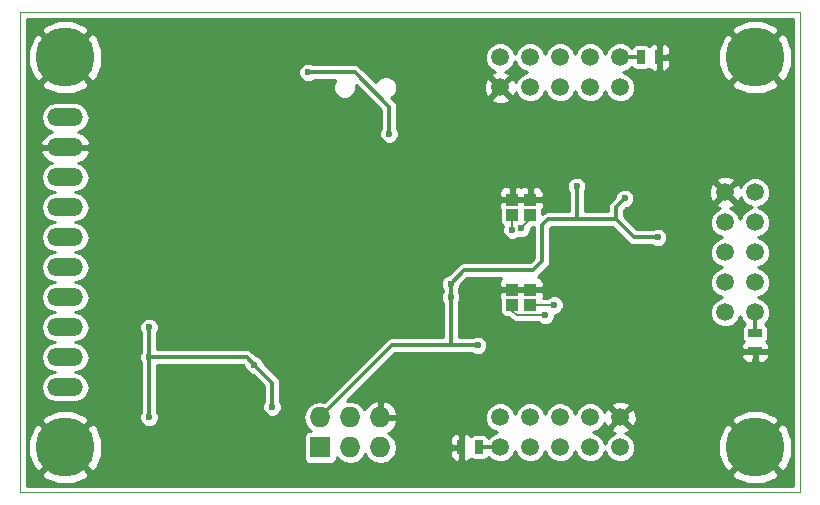
<source format=gbl>
%TF.FileFunction,Copper,L2,Bot,Signal*%
%FSLAX46Y46*%
G04 Gerber Fmt 4.6, Leading zero omitted, Abs format (unit mm)*
G04 Created by KiCad (PCBNEW (2014-09-08 BZR 5122)-product) date Wed 17 Dec 2014 07:33:54 PM CET*
%MOMM*%
G01*
G04 APERTURE LIST*
%ADD10C,0.020000*%
%ADD11C,0.100000*%
%ADD12R,1.727200X1.727200*%
%ADD13O,1.727200X1.727200*%
%ADD14C,1.506220*%
%ADD15C,5.000000*%
%ADD16R,0.635000X1.143000*%
%ADD17R,1.143000X0.635000*%
%ADD18O,3.014980X1.506220*%
%ADD19C,0.400000*%
%ADD20R,1.000000X1.000000*%
%ADD21C,0.600000*%
%ADD22C,0.300000*%
%ADD23C,0.150000*%
%ADD24C,0.254000*%
G04 APERTURE END LIST*
D10*
D11*
X66040000Y0D02*
X0Y0D01*
X0Y40640000D02*
X66040000Y40640000D01*
X0Y40640000D02*
X0Y0D01*
X66040000Y0D02*
X66040000Y40640000D01*
D12*
X25400000Y3810000D03*
D13*
X25400000Y6350000D03*
X27940000Y3810000D03*
X27940000Y6350000D03*
X30480000Y3810000D03*
X30480000Y6350000D03*
D14*
X40640000Y3810000D03*
X40640000Y6350000D03*
X43180000Y3810000D03*
X43180000Y6350000D03*
X45720000Y3810000D03*
X45720000Y6350000D03*
X48260000Y3810000D03*
X48260000Y6350000D03*
X50800000Y3810000D03*
X50800000Y6350000D03*
X62230000Y15240000D03*
X59690000Y15240000D03*
X62230000Y17780000D03*
X59690000Y17780000D03*
X62230000Y20320000D03*
X59690000Y20320000D03*
X62230000Y22860000D03*
X59690000Y22860000D03*
X62230000Y25400000D03*
X59690000Y25400000D03*
X50800000Y36830000D03*
X50800000Y34290000D03*
X48260000Y36830000D03*
X48260000Y34290000D03*
X45720000Y36830000D03*
X45720000Y34290000D03*
X43180000Y36830000D03*
X43180000Y34290000D03*
X40640000Y36830000D03*
X40640000Y34290000D03*
D15*
X3810000Y36830000D03*
X3810000Y3810000D03*
X62230000Y3810000D03*
X62230000Y36830000D03*
D16*
X38862000Y3810000D03*
X37338000Y3810000D03*
D17*
X62230000Y13462000D03*
X62230000Y11938000D03*
D16*
X52578000Y36830000D03*
X54102000Y36830000D03*
D18*
X3810000Y26670000D03*
X3810000Y24130000D03*
X3810000Y21590000D03*
X3810000Y19050000D03*
X3810000Y16510000D03*
X3810000Y13970000D03*
X3810000Y11430000D03*
X3810000Y8890000D03*
X3810000Y31750000D03*
X3810000Y29210000D03*
D19*
X46990000Y18415000D03*
X45085000Y18415000D03*
X48895000Y18415000D03*
X48895000Y20320000D03*
X46990000Y20320000D03*
X45085000Y20320000D03*
X45085000Y22225000D03*
X48895000Y22225000D03*
X46990000Y22225000D03*
X48006000Y19304000D03*
X48006000Y21336000D03*
X45974000Y21336000D03*
X45974000Y19304000D03*
D20*
X43180000Y15860000D03*
X43180000Y17160000D03*
X41656000Y15860000D03*
X41656000Y17160000D03*
X43180000Y23480000D03*
X43180000Y24780000D03*
X41656000Y23480000D03*
X41656000Y24780000D03*
D21*
X54991000Y36830000D03*
X62230000Y11049000D03*
X36449000Y3810000D03*
X21336000Y1016000D03*
X13208000Y2413000D03*
X20701000Y13081000D03*
X45212000Y12065000D03*
X27622500Y29210000D03*
X27622500Y26670000D03*
X17780000Y27559000D03*
X17399000Y26670000D03*
X18161000Y26670000D03*
X27622500Y30480000D03*
X21844000Y34036000D03*
X38227000Y16446500D03*
X40132000Y16446500D03*
X17780000Y37465000D03*
X25146000Y15875000D03*
X24384000Y26670000D03*
X34925000Y29591000D03*
X35864800Y28397200D03*
X31292800Y23825200D03*
X29972000Y21336000D03*
X29972000Y19304000D03*
X25654000Y22606000D03*
X45974000Y28067000D03*
X53975000Y20193000D03*
X31242000Y30353000D03*
X24384000Y35560000D03*
X42418000Y22352000D03*
X41656000Y22225000D03*
X45212000Y15875000D03*
X44450000Y14986000D03*
X21336000Y7239000D03*
X19812000Y10795000D03*
X10922000Y11430000D03*
X10922000Y6350000D03*
X10922000Y13970000D03*
X36449000Y17653000D03*
X38735000Y12446000D03*
X36449000Y16510000D03*
X47117000Y25908000D03*
X53975000Y21590000D03*
X51181000Y24892000D03*
D22*
X54102000Y36830000D02*
X54991000Y36830000D01*
X62230000Y11938000D02*
X62230000Y11049000D01*
X37338000Y3810000D02*
X36449000Y3810000D01*
X31242000Y30353000D02*
X31242000Y32639000D01*
X31242000Y32639000D02*
X28321000Y35560000D01*
X28321000Y35560000D02*
X24384000Y35560000D01*
D23*
X42418000Y22352000D02*
X43180000Y23114000D01*
X43180000Y23114000D02*
X43180000Y23480000D01*
X41656000Y22225000D02*
X41656000Y23480000D01*
X43180000Y15860000D02*
X45197000Y15860000D01*
X45197000Y15860000D02*
X45212000Y15875000D01*
X41656000Y15860000D02*
X41656000Y15367000D01*
X41656000Y15367000D02*
X42037000Y14986000D01*
X42037000Y14986000D02*
X44450000Y14986000D01*
D22*
X50800000Y36830000D02*
X52578000Y36830000D01*
X62230000Y15240000D02*
X62230000Y13462000D01*
X40640000Y3810000D02*
X38862000Y3810000D01*
X19812000Y10795000D02*
X21336000Y9271000D01*
X21336000Y9271000D02*
X21336000Y7239000D01*
X19177000Y11430000D02*
X10922000Y11430000D01*
X19812000Y10795000D02*
X19177000Y11430000D01*
X10922000Y6350000D02*
X10922000Y11430000D01*
X10922000Y11430000D02*
X10922000Y13970000D01*
X43434000Y18796000D02*
X44196000Y19558000D01*
X44196000Y19558000D02*
X44196000Y22606000D01*
X44196000Y22606000D02*
X44704000Y23114000D01*
X44704000Y23114000D02*
X47117000Y23114000D01*
X47117000Y25908000D02*
X47117000Y23114000D01*
X47117000Y23114000D02*
X50419000Y23114000D01*
X50419000Y23114000D02*
X51943000Y21590000D01*
X50419000Y24130000D02*
X50419000Y23114000D01*
X36449000Y16510000D02*
X36449000Y17653000D01*
X36449000Y12446000D02*
X31496000Y12446000D01*
X31496000Y12446000D02*
X25400000Y6350000D01*
X36449000Y12446000D02*
X36449000Y16510000D01*
X38735000Y12446000D02*
X36449000Y12446000D01*
X36449000Y17653000D02*
X37592000Y18796000D01*
X37592000Y18796000D02*
X43434000Y18796000D01*
X36449000Y16510000D02*
X36449000Y17653000D01*
X51943000Y21590000D02*
X53975000Y21590000D01*
X51181000Y24892000D02*
X50419000Y24130000D01*
D24*
G36*
X65463000Y577000D02*
X65365294Y577000D01*
X65365294Y3187892D01*
X65365294Y36207892D01*
X65364705Y37455072D01*
X64888564Y38604579D01*
X64465880Y38886275D01*
X64286275Y38706670D01*
X64286275Y39065880D01*
X64004579Y39488564D01*
X62852108Y39965294D01*
X61604928Y39964705D01*
X60455421Y39488564D01*
X60173725Y39065880D01*
X62230000Y37009605D01*
X64286275Y39065880D01*
X64286275Y38706670D01*
X62409605Y36830000D01*
X64465880Y34773725D01*
X64888564Y35055421D01*
X65365294Y36207892D01*
X65365294Y3187892D01*
X65364705Y4435072D01*
X64888564Y5584579D01*
X64465880Y5866275D01*
X64286275Y5686670D01*
X64286275Y6045880D01*
X64286275Y34594120D01*
X62230000Y36650395D01*
X62050395Y36470790D01*
X62050395Y36830000D01*
X59994120Y38886275D01*
X59571436Y38604579D01*
X59094706Y37452108D01*
X59095295Y36204928D01*
X59571436Y35055421D01*
X59994120Y34773725D01*
X62050395Y36830000D01*
X62050395Y36470790D01*
X60173725Y34594120D01*
X60455421Y34171436D01*
X61607892Y33694706D01*
X62855072Y33695295D01*
X64004579Y34171436D01*
X64286275Y34594120D01*
X64286275Y6045880D01*
X64004579Y6468564D01*
X63510332Y6673014D01*
X63510332Y15493513D01*
X63315857Y15964177D01*
X62956071Y16324592D01*
X62509039Y16510216D01*
X62954177Y16694143D01*
X63314592Y17053929D01*
X63509887Y17524253D01*
X63510332Y18033513D01*
X63315857Y18504177D01*
X62956071Y18864592D01*
X62509039Y19050216D01*
X62954177Y19234143D01*
X63314592Y19593929D01*
X63509887Y20064253D01*
X63510332Y20573513D01*
X63315857Y21044177D01*
X62956071Y21404592D01*
X62509039Y21590216D01*
X62954177Y21774143D01*
X63314592Y22133929D01*
X63509887Y22604253D01*
X63510332Y23113513D01*
X63315857Y23584177D01*
X62956071Y23944592D01*
X62509039Y24130216D01*
X62954177Y24314143D01*
X63314592Y24673929D01*
X63509887Y25144253D01*
X63510332Y25653513D01*
X63315857Y26124177D01*
X62956071Y26484592D01*
X62485747Y26679887D01*
X61976487Y26680332D01*
X61505823Y26485857D01*
X61145408Y26126071D01*
X61025015Y25836134D01*
X60905035Y26125793D01*
X60663772Y26194166D01*
X60484166Y26014561D01*
X60484166Y26373772D01*
X60415793Y26615035D01*
X59895572Y26800296D01*
X59344054Y26772373D01*
X58964207Y26615035D01*
X58895834Y26373772D01*
X59690000Y25579605D01*
X60484166Y26373772D01*
X60484166Y26014561D01*
X59869605Y25400000D01*
X60663772Y24605834D01*
X60905035Y24674207D01*
X61016028Y24985883D01*
X61144143Y24675823D01*
X61503929Y24315408D01*
X61950960Y24129785D01*
X61505823Y23945857D01*
X61145408Y23586071D01*
X60959784Y23139040D01*
X60775857Y23584177D01*
X60416071Y23944592D01*
X60126133Y24064985D01*
X60415793Y24184965D01*
X60484166Y24426228D01*
X59690000Y25220395D01*
X59510395Y25040790D01*
X59510395Y25400000D01*
X58716228Y26194166D01*
X58474965Y26125793D01*
X58289704Y25605572D01*
X58317627Y25054054D01*
X58474965Y24674207D01*
X58716228Y24605834D01*
X59510395Y25400000D01*
X59510395Y25040790D01*
X58895834Y24426228D01*
X58964207Y24184965D01*
X59275882Y24073972D01*
X58965823Y23945857D01*
X58605408Y23586071D01*
X58410113Y23115747D01*
X58409668Y22606487D01*
X58604143Y22135823D01*
X58963929Y21775408D01*
X59410960Y21589785D01*
X58965823Y21405857D01*
X58605408Y21046071D01*
X58410113Y20575747D01*
X58409668Y20066487D01*
X58604143Y19595823D01*
X58963929Y19235408D01*
X59410960Y19049785D01*
X58965823Y18865857D01*
X58605408Y18506071D01*
X58410113Y18035747D01*
X58409668Y17526487D01*
X58604143Y17055823D01*
X58963929Y16695408D01*
X59410960Y16509785D01*
X58965823Y16325857D01*
X58605408Y15966071D01*
X58410113Y15495747D01*
X58409668Y14986487D01*
X58604143Y14515823D01*
X58963929Y14155408D01*
X59434253Y13960113D01*
X59943513Y13959668D01*
X60414177Y14154143D01*
X60774592Y14513929D01*
X60960215Y14960961D01*
X61144143Y14515823D01*
X61411774Y14247724D01*
X61359978Y14226269D01*
X61211731Y14078021D01*
X61131500Y13884327D01*
X61131500Y13674673D01*
X61131500Y13039673D01*
X61211731Y12845978D01*
X61281341Y12776368D01*
X61120173Y12615198D01*
X61023500Y12381809D01*
X61023500Y12223750D01*
X61182250Y12065000D01*
X62103000Y12065000D01*
X62103000Y12085000D01*
X62357000Y12085000D01*
X62357000Y12065000D01*
X63277750Y12065000D01*
X63436500Y12223750D01*
X63436500Y12381809D01*
X63339827Y12615198D01*
X63178658Y12776368D01*
X63248269Y12845979D01*
X63328500Y13039673D01*
X63328500Y13249327D01*
X63328500Y13884327D01*
X63248269Y14078022D01*
X63100021Y14226269D01*
X63048010Y14247813D01*
X63314592Y14513929D01*
X63509887Y14984253D01*
X63510332Y15493513D01*
X63510332Y6673014D01*
X63436500Y6703555D01*
X63436500Y11494191D01*
X63436500Y11652250D01*
X63277750Y11811000D01*
X62357000Y11811000D01*
X62357000Y11144250D01*
X62515750Y10985500D01*
X62675191Y10985500D01*
X62927810Y10985500D01*
X63161199Y11082173D01*
X63339827Y11260802D01*
X63436500Y11494191D01*
X63436500Y6703555D01*
X62852108Y6945294D01*
X62103000Y6944941D01*
X62103000Y11144250D01*
X62103000Y11811000D01*
X61182250Y11811000D01*
X61023500Y11652250D01*
X61023500Y11494191D01*
X61120173Y11260802D01*
X61298801Y11082173D01*
X61532190Y10985500D01*
X61784809Y10985500D01*
X61944250Y10985500D01*
X62103000Y11144250D01*
X62103000Y6944941D01*
X61604928Y6944705D01*
X60455421Y6468564D01*
X60173725Y6045880D01*
X62230000Y3989605D01*
X64286275Y6045880D01*
X64286275Y5686670D01*
X62409605Y3810000D01*
X64465880Y1753725D01*
X64888564Y2035421D01*
X65365294Y3187892D01*
X65365294Y577000D01*
X64286275Y577000D01*
X64286275Y1574120D01*
X62230000Y3630395D01*
X62050395Y3450790D01*
X62050395Y3810000D01*
X59994120Y5866275D01*
X59571436Y5584579D01*
X59094706Y4432108D01*
X59095295Y3184928D01*
X59571436Y2035421D01*
X59994120Y1753725D01*
X62050395Y3810000D01*
X62050395Y3450790D01*
X60173725Y1574120D01*
X60455421Y1151436D01*
X61607892Y674706D01*
X62855072Y675295D01*
X64004579Y1151436D01*
X64286275Y1574120D01*
X64286275Y577000D01*
X55054500Y577000D01*
X55054500Y36132190D01*
X55054500Y36384809D01*
X55054500Y36544250D01*
X55054500Y37115750D01*
X55054500Y37275191D01*
X55054500Y37527810D01*
X54957827Y37761199D01*
X54779198Y37939827D01*
X54545809Y38036500D01*
X54387750Y38036500D01*
X54229000Y37877750D01*
X54229000Y36957000D01*
X54895750Y36957000D01*
X55054500Y37115750D01*
X55054500Y36544250D01*
X54895750Y36703000D01*
X54229000Y36703000D01*
X54229000Y35782250D01*
X54387750Y35623500D01*
X54545809Y35623500D01*
X54779198Y35720173D01*
X54957827Y35898801D01*
X55054500Y36132190D01*
X55054500Y577000D01*
X54802143Y577000D01*
X54802143Y21753779D01*
X54676505Y22057846D01*
X54444070Y22290688D01*
X54140222Y22416856D01*
X53975000Y22417001D01*
X53975000Y35782250D01*
X53975000Y36703000D01*
X53955000Y36703000D01*
X53955000Y36957000D01*
X53975000Y36957000D01*
X53975000Y37877750D01*
X53816250Y38036500D01*
X53658191Y38036500D01*
X53424802Y37939827D01*
X53263632Y37778659D01*
X53194021Y37848269D01*
X53000327Y37928500D01*
X52790673Y37928500D01*
X52155673Y37928500D01*
X51961978Y37848269D01*
X51813731Y37700021D01*
X51792187Y37648011D01*
X51526071Y37914592D01*
X51055747Y38109887D01*
X50546487Y38110332D01*
X50075823Y37915857D01*
X49715408Y37556071D01*
X49529784Y37109040D01*
X49345857Y37554177D01*
X48986071Y37914592D01*
X48515747Y38109887D01*
X48006487Y38110332D01*
X47535823Y37915857D01*
X47175408Y37556071D01*
X46989784Y37109040D01*
X46805857Y37554177D01*
X46446071Y37914592D01*
X45975747Y38109887D01*
X45466487Y38110332D01*
X44995823Y37915857D01*
X44635408Y37556071D01*
X44449784Y37109040D01*
X44265857Y37554177D01*
X43906071Y37914592D01*
X43435747Y38109887D01*
X42926487Y38110332D01*
X42455823Y37915857D01*
X42095408Y37556071D01*
X41909784Y37109040D01*
X41725857Y37554177D01*
X41366071Y37914592D01*
X40895747Y38109887D01*
X40386487Y38110332D01*
X39915823Y37915857D01*
X39555408Y37556071D01*
X39360113Y37085747D01*
X39359668Y36576487D01*
X39554143Y36105823D01*
X39913929Y35745408D01*
X40203866Y35625016D01*
X39914207Y35505035D01*
X39845834Y35263772D01*
X40640000Y34469605D01*
X41434166Y35263772D01*
X41365793Y35505035D01*
X41054117Y35616029D01*
X41364177Y35744143D01*
X41724592Y36103929D01*
X41910215Y36550961D01*
X42094143Y36105823D01*
X42453929Y35745408D01*
X42900960Y35559785D01*
X42455823Y35375857D01*
X42095408Y35016071D01*
X41975015Y34726134D01*
X41855035Y35015793D01*
X41613772Y35084166D01*
X40819605Y34290000D01*
X41613772Y33495834D01*
X41855035Y33564207D01*
X41966028Y33875883D01*
X42094143Y33565823D01*
X42453929Y33205408D01*
X42924253Y33010113D01*
X43433513Y33009668D01*
X43904177Y33204143D01*
X44264592Y33563929D01*
X44450215Y34010961D01*
X44634143Y33565823D01*
X44993929Y33205408D01*
X45464253Y33010113D01*
X45973513Y33009668D01*
X46444177Y33204143D01*
X46804592Y33563929D01*
X46990215Y34010961D01*
X47174143Y33565823D01*
X47533929Y33205408D01*
X48004253Y33010113D01*
X48513513Y33009668D01*
X48984177Y33204143D01*
X49344592Y33563929D01*
X49530215Y34010961D01*
X49714143Y33565823D01*
X50073929Y33205408D01*
X50544253Y33010113D01*
X51053513Y33009668D01*
X51524177Y33204143D01*
X51884592Y33563929D01*
X52079887Y34034253D01*
X52080332Y34543513D01*
X51885857Y35014177D01*
X51526071Y35374592D01*
X51079039Y35560216D01*
X51524177Y35744143D01*
X51792276Y36011775D01*
X51813731Y35959978D01*
X51961979Y35811731D01*
X52155673Y35731500D01*
X52365327Y35731500D01*
X53000327Y35731500D01*
X53194022Y35811731D01*
X53263632Y35881342D01*
X53424802Y35720173D01*
X53658191Y35623500D01*
X53816250Y35623500D01*
X53975000Y35782250D01*
X53975000Y22417001D01*
X53811221Y22417143D01*
X53507154Y22291505D01*
X53482606Y22267000D01*
X52223422Y22267000D01*
X51096000Y23394423D01*
X51096000Y23849578D01*
X51311308Y24064887D01*
X51344779Y24064857D01*
X51648846Y24190495D01*
X51881688Y24422930D01*
X52007856Y24726778D01*
X52008143Y25055779D01*
X51882505Y25359846D01*
X51650070Y25592688D01*
X51346222Y25718856D01*
X51017221Y25719143D01*
X50713154Y25593505D01*
X50480312Y25361070D01*
X50354144Y25057222D01*
X50354113Y25022536D01*
X49940289Y24608711D01*
X49793534Y24389077D01*
X49742000Y24130000D01*
X49742000Y23791000D01*
X47794000Y23791000D01*
X47794000Y25415284D01*
X47817688Y25438930D01*
X47943856Y25742778D01*
X47944143Y26071779D01*
X47818505Y26375846D01*
X47586070Y26608688D01*
X47282222Y26734856D01*
X46953221Y26735143D01*
X46649154Y26609505D01*
X46416312Y26377070D01*
X46290144Y26073222D01*
X46289857Y25744221D01*
X46415495Y25440154D01*
X46440000Y25415607D01*
X46440000Y23791000D01*
X44704000Y23791000D01*
X44444923Y23739466D01*
X44335106Y23666089D01*
X44225288Y23592711D01*
X44207000Y23574423D01*
X44207000Y23908975D01*
X44218327Y23920302D01*
X44315000Y24153691D01*
X44315000Y24494250D01*
X44315000Y25065750D01*
X44315000Y25406309D01*
X44218327Y25639698D01*
X44039699Y25818327D01*
X43806310Y25915000D01*
X43553691Y25915000D01*
X43465750Y25915000D01*
X43307000Y25756250D01*
X43307000Y24907000D01*
X44156250Y24907000D01*
X44315000Y25065750D01*
X44315000Y24494250D01*
X44156250Y24653000D01*
X43307000Y24653000D01*
X43307000Y24633000D01*
X43053000Y24633000D01*
X43053000Y24653000D01*
X43053000Y24907000D01*
X43053000Y25756250D01*
X42894250Y25915000D01*
X42806309Y25915000D01*
X42553690Y25915000D01*
X42418000Y25858796D01*
X42282310Y25915000D01*
X42029691Y25915000D01*
X41941750Y25915000D01*
X41783000Y25756250D01*
X41783000Y24907000D01*
X42203750Y24907000D01*
X42632250Y24907000D01*
X43053000Y24907000D01*
X43053000Y24653000D01*
X42632250Y24653000D01*
X42203750Y24653000D01*
X41783000Y24653000D01*
X41783000Y24633000D01*
X41529000Y24633000D01*
X41529000Y24653000D01*
X41529000Y24907000D01*
X41529000Y25756250D01*
X41434166Y25851084D01*
X41434166Y33316228D01*
X40640000Y34110395D01*
X40460395Y33930790D01*
X40460395Y34290000D01*
X39666228Y35084166D01*
X39424965Y35015793D01*
X39239704Y34495572D01*
X39267627Y33944054D01*
X39424965Y33564207D01*
X39666228Y33495834D01*
X40460395Y34290000D01*
X40460395Y33930790D01*
X39845834Y33316228D01*
X39914207Y33074965D01*
X40434428Y32889704D01*
X40985946Y32917627D01*
X41365793Y33074965D01*
X41434166Y33316228D01*
X41434166Y25851084D01*
X41370250Y25915000D01*
X41282309Y25915000D01*
X41029690Y25915000D01*
X40796301Y25818327D01*
X40617673Y25639698D01*
X40521000Y25406309D01*
X40521000Y25065750D01*
X40679750Y24907000D01*
X41529000Y24907000D01*
X41529000Y24653000D01*
X40679750Y24653000D01*
X40521000Y24494250D01*
X40521000Y24153691D01*
X40617673Y23920302D01*
X40629000Y23908975D01*
X40629000Y23875173D01*
X40629000Y22875173D01*
X40709231Y22681478D01*
X40857479Y22533231D01*
X40883969Y22522259D01*
X40829144Y22390222D01*
X40828857Y22061221D01*
X40954495Y21757154D01*
X41186930Y21524312D01*
X41490778Y21398144D01*
X41819779Y21397857D01*
X42123846Y21523495D01*
X42162888Y21562470D01*
X42252778Y21525144D01*
X42581779Y21524857D01*
X42885846Y21650495D01*
X43118688Y21882930D01*
X43244856Y22186778D01*
X43244978Y22327623D01*
X43370356Y22453000D01*
X43519000Y22453000D01*
X43519000Y19838422D01*
X43153578Y19473000D01*
X37592000Y19473000D01*
X37332923Y19421466D01*
X37113289Y19274711D01*
X36318691Y18480114D01*
X36285221Y18480143D01*
X35981154Y18354505D01*
X35748312Y18122070D01*
X35622144Y17818222D01*
X35621857Y17489221D01*
X35747495Y17185154D01*
X35772000Y17160607D01*
X35772000Y17002717D01*
X35748312Y16979070D01*
X35622144Y16675222D01*
X35621857Y16346221D01*
X35747495Y16042154D01*
X35772000Y16017607D01*
X35772000Y13123000D01*
X32069143Y13123000D01*
X32069143Y30516779D01*
X31943505Y30820846D01*
X31919000Y30845394D01*
X31919000Y32639000D01*
X31867466Y32898076D01*
X31867466Y32898077D01*
X31720711Y33117711D01*
X31416794Y33421628D01*
X31512703Y33461256D01*
X31787778Y33735851D01*
X31936830Y34094810D01*
X31937170Y34483485D01*
X31788744Y34842703D01*
X31514149Y35117778D01*
X31155190Y35266830D01*
X30766515Y35267170D01*
X30407297Y35118744D01*
X30132222Y34844149D01*
X30091747Y34746675D01*
X28799711Y36038711D01*
X28580077Y36185466D01*
X28321000Y36237000D01*
X24876716Y36237000D01*
X24853070Y36260688D01*
X24549222Y36386856D01*
X24220221Y36387143D01*
X23916154Y36261505D01*
X23683312Y36029070D01*
X23557144Y35725222D01*
X23556857Y35396221D01*
X23682495Y35092154D01*
X23914930Y34859312D01*
X24218778Y34733144D01*
X24547779Y34732857D01*
X24851846Y34858495D01*
X24876393Y34883000D01*
X26671140Y34883000D01*
X26632222Y34844149D01*
X26483170Y34485190D01*
X26482830Y34096515D01*
X26631256Y33737297D01*
X26905851Y33462222D01*
X27264810Y33313170D01*
X27653485Y33312830D01*
X28012703Y33461256D01*
X28287778Y33735851D01*
X28436830Y34094810D01*
X28437170Y34483485D01*
X28435111Y34488467D01*
X30565000Y32358578D01*
X30565000Y30845717D01*
X30541312Y30822070D01*
X30415144Y30518222D01*
X30414857Y30189221D01*
X30540495Y29885154D01*
X30772930Y29652312D01*
X31076778Y29526144D01*
X31405779Y29525857D01*
X31709846Y29651495D01*
X31942688Y29883930D01*
X32068856Y30187778D01*
X32069143Y30516779D01*
X32069143Y13123000D01*
X31496000Y13123000D01*
X31236923Y13071466D01*
X31017289Y12924711D01*
X25765829Y7673252D01*
X25427243Y7740600D01*
X25372757Y7740600D01*
X24840597Y7634747D01*
X24389454Y7333303D01*
X24088010Y6882160D01*
X23982157Y6350000D01*
X24088010Y5817840D01*
X24389454Y5366697D01*
X24638035Y5200600D01*
X24431573Y5200600D01*
X24237878Y5120369D01*
X24089631Y4972121D01*
X24009400Y4778427D01*
X24009400Y4568773D01*
X24009400Y2841573D01*
X24089631Y2647878D01*
X24237879Y2499631D01*
X24431573Y2419400D01*
X24641227Y2419400D01*
X26368427Y2419400D01*
X26562122Y2499631D01*
X26710369Y2647879D01*
X26790600Y2841573D01*
X26790600Y3034507D01*
X26929454Y2826697D01*
X27380597Y2525253D01*
X27912757Y2419400D01*
X27967243Y2419400D01*
X28499403Y2525253D01*
X28950546Y2826697D01*
X29210000Y3214998D01*
X29469454Y2826697D01*
X29920597Y2525253D01*
X30452757Y2419400D01*
X30507243Y2419400D01*
X31039403Y2525253D01*
X31490546Y2826697D01*
X31791990Y3277840D01*
X31897843Y3810000D01*
X31791990Y4342160D01*
X31490546Y4793303D01*
X31132469Y5032562D01*
X31368490Y5143179D01*
X31762688Y5575053D01*
X31934958Y5990974D01*
X31934958Y6709026D01*
X31762688Y7124947D01*
X31368490Y7556821D01*
X30839027Y7804968D01*
X30607000Y7684469D01*
X30607000Y6477000D01*
X31813817Y6477000D01*
X31934958Y6709026D01*
X31934958Y5990974D01*
X31813817Y6223000D01*
X30607000Y6223000D01*
X30607000Y6203000D01*
X30353000Y6203000D01*
X30353000Y6223000D01*
X30333000Y6223000D01*
X30333000Y6477000D01*
X30353000Y6477000D01*
X30353000Y7684469D01*
X30120973Y7804968D01*
X29591510Y7556821D01*
X29197312Y7124947D01*
X29156157Y7025585D01*
X28950546Y7333303D01*
X28499403Y7634747D01*
X27967243Y7740600D01*
X27912757Y7740600D01*
X27707117Y7699696D01*
X31776422Y11769000D01*
X36449000Y11769000D01*
X38242283Y11769000D01*
X38265930Y11745312D01*
X38569778Y11619144D01*
X38898779Y11618857D01*
X39202846Y11744495D01*
X39435688Y11976930D01*
X39561856Y12280778D01*
X39562143Y12609779D01*
X39436505Y12913846D01*
X39204070Y13146688D01*
X38900222Y13272856D01*
X38571221Y13273143D01*
X38267154Y13147505D01*
X38242606Y13123000D01*
X37126000Y13123000D01*
X37126000Y16017284D01*
X37149688Y16040930D01*
X37275856Y16344778D01*
X37276143Y16673779D01*
X37150505Y16977846D01*
X37126000Y17002394D01*
X37126000Y17160284D01*
X37149688Y17183930D01*
X37275856Y17487778D01*
X37275886Y17522465D01*
X37872422Y18119000D01*
X40716974Y18119000D01*
X40617673Y18019698D01*
X40521000Y17786309D01*
X40521000Y17445750D01*
X40679750Y17287000D01*
X41529000Y17287000D01*
X41529000Y17307000D01*
X41783000Y17307000D01*
X41783000Y17287000D01*
X42203750Y17287000D01*
X42632250Y17287000D01*
X43053000Y17287000D01*
X43053000Y17307000D01*
X43307000Y17307000D01*
X43307000Y17287000D01*
X44156250Y17287000D01*
X44315000Y17445750D01*
X44315000Y17786309D01*
X44218327Y18019698D01*
X44039699Y18198327D01*
X43851400Y18276323D01*
X43912711Y18317289D01*
X44674711Y19079289D01*
X44821466Y19298923D01*
X44821467Y19298924D01*
X44873000Y19558000D01*
X44873000Y22325578D01*
X44984422Y22437000D01*
X47117000Y22437000D01*
X50138577Y22437000D01*
X51464288Y21111289D01*
X51464289Y21111289D01*
X51574106Y21037912D01*
X51683923Y20964534D01*
X51683924Y20964534D01*
X51943000Y20913000D01*
X53482283Y20913000D01*
X53505930Y20889312D01*
X53809778Y20763144D01*
X54138779Y20762857D01*
X54442846Y20888495D01*
X54675688Y21120930D01*
X54801856Y21424778D01*
X54802143Y21753779D01*
X54802143Y577000D01*
X52200296Y577000D01*
X52200296Y6144428D01*
X52172373Y6695946D01*
X52015035Y7075793D01*
X51773772Y7144166D01*
X51594166Y6964561D01*
X51594166Y7323772D01*
X51525793Y7565035D01*
X51005572Y7750296D01*
X50454054Y7722373D01*
X50074207Y7565035D01*
X50005834Y7323772D01*
X50800000Y6529605D01*
X51594166Y7323772D01*
X51594166Y6964561D01*
X50979605Y6350000D01*
X51773772Y5555834D01*
X52015035Y5624207D01*
X52200296Y6144428D01*
X52200296Y577000D01*
X52080332Y577000D01*
X52080332Y4063513D01*
X51885857Y4534177D01*
X51526071Y4894592D01*
X51236133Y5014985D01*
X51525793Y5134965D01*
X51594166Y5376228D01*
X50800000Y6170395D01*
X50005834Y5376228D01*
X50074207Y5134965D01*
X50385882Y5023972D01*
X50075823Y4895857D01*
X49715408Y4536071D01*
X49529784Y4089040D01*
X49345857Y4534177D01*
X48986071Y4894592D01*
X48539039Y5080216D01*
X48984177Y5264143D01*
X49344592Y5623929D01*
X49464984Y5913867D01*
X49584965Y5624207D01*
X49826228Y5555834D01*
X50620395Y6350000D01*
X49826228Y7144166D01*
X49584965Y7075793D01*
X49473971Y6764118D01*
X49345857Y7074177D01*
X48986071Y7434592D01*
X48515747Y7629887D01*
X48006487Y7630332D01*
X47535823Y7435857D01*
X47175408Y7076071D01*
X46989784Y6629040D01*
X46805857Y7074177D01*
X46446071Y7434592D01*
X46039143Y7603563D01*
X46039143Y16038779D01*
X45913505Y16342846D01*
X45681070Y16575688D01*
X45377222Y16701856D01*
X45048221Y16702143D01*
X44744154Y16576505D01*
X44629448Y16462000D01*
X44285304Y16462000D01*
X44315000Y16533691D01*
X44315000Y16874250D01*
X44156250Y17033000D01*
X43307000Y17033000D01*
X43307000Y17013000D01*
X43053000Y17013000D01*
X43053000Y17033000D01*
X42632250Y17033000D01*
X42203750Y17033000D01*
X41783000Y17033000D01*
X41783000Y17013000D01*
X41529000Y17013000D01*
X41529000Y17033000D01*
X40679750Y17033000D01*
X40521000Y16874250D01*
X40521000Y16533691D01*
X40617673Y16300302D01*
X40629000Y16288975D01*
X40629000Y16255173D01*
X40629000Y15255173D01*
X40709231Y15061478D01*
X40857479Y14913231D01*
X41051173Y14833000D01*
X41260827Y14833000D01*
X41338643Y14833000D01*
X41611321Y14560322D01*
X41611322Y14560322D01*
X41806624Y14429825D01*
X41806625Y14429825D01*
X41844846Y14422223D01*
X42037000Y14384000D01*
X43882414Y14384000D01*
X43980930Y14285312D01*
X44284778Y14159144D01*
X44613779Y14158857D01*
X44917846Y14284495D01*
X45150688Y14516930D01*
X45276856Y14820778D01*
X45277054Y15047944D01*
X45375779Y15047857D01*
X45679846Y15173495D01*
X45912688Y15405930D01*
X46038856Y15709778D01*
X46039143Y16038779D01*
X46039143Y7603563D01*
X45975747Y7629887D01*
X45466487Y7630332D01*
X44995823Y7435857D01*
X44635408Y7076071D01*
X44449784Y6629040D01*
X44265857Y7074177D01*
X43906071Y7434592D01*
X43435747Y7629887D01*
X42926487Y7630332D01*
X42455823Y7435857D01*
X42095408Y7076071D01*
X41909784Y6629040D01*
X41725857Y7074177D01*
X41366071Y7434592D01*
X40895747Y7629887D01*
X40386487Y7630332D01*
X39915823Y7435857D01*
X39555408Y7076071D01*
X39360113Y6605747D01*
X39359668Y6096487D01*
X39554143Y5625823D01*
X39913929Y5265408D01*
X40360960Y5079785D01*
X39915823Y4895857D01*
X39647723Y4628226D01*
X39626269Y4680022D01*
X39478021Y4828269D01*
X39284327Y4908500D01*
X39074673Y4908500D01*
X38439673Y4908500D01*
X38245978Y4828269D01*
X38176367Y4758659D01*
X38015198Y4919827D01*
X37781809Y5016500D01*
X37623750Y5016500D01*
X37465000Y4857750D01*
X37465000Y3937000D01*
X37485000Y3937000D01*
X37485000Y3683000D01*
X37465000Y3683000D01*
X37465000Y2762250D01*
X37623750Y2603500D01*
X37781809Y2603500D01*
X38015198Y2700173D01*
X38176367Y2861342D01*
X38245979Y2791731D01*
X38439673Y2711500D01*
X38649327Y2711500D01*
X39284327Y2711500D01*
X39478022Y2791731D01*
X39626269Y2939979D01*
X39647812Y2991990D01*
X39913929Y2725408D01*
X40384253Y2530113D01*
X40893513Y2529668D01*
X41364177Y2724143D01*
X41724592Y3083929D01*
X41910215Y3530961D01*
X42094143Y3085823D01*
X42453929Y2725408D01*
X42924253Y2530113D01*
X43433513Y2529668D01*
X43904177Y2724143D01*
X44264592Y3083929D01*
X44450215Y3530961D01*
X44634143Y3085823D01*
X44993929Y2725408D01*
X45464253Y2530113D01*
X45973513Y2529668D01*
X46444177Y2724143D01*
X46804592Y3083929D01*
X46990215Y3530961D01*
X47174143Y3085823D01*
X47533929Y2725408D01*
X48004253Y2530113D01*
X48513513Y2529668D01*
X48984177Y2724143D01*
X49344592Y3083929D01*
X49530215Y3530961D01*
X49714143Y3085823D01*
X50073929Y2725408D01*
X50544253Y2530113D01*
X51053513Y2529668D01*
X51524177Y2724143D01*
X51884592Y3083929D01*
X52079887Y3554253D01*
X52080332Y4063513D01*
X52080332Y577000D01*
X37211000Y577000D01*
X37211000Y2762250D01*
X37211000Y3683000D01*
X37211000Y3937000D01*
X37211000Y4857750D01*
X37052250Y5016500D01*
X36894191Y5016500D01*
X36660802Y4919827D01*
X36482173Y4741199D01*
X36385500Y4507810D01*
X36385500Y4255191D01*
X36385500Y4095750D01*
X36544250Y3937000D01*
X37211000Y3937000D01*
X37211000Y3683000D01*
X36544250Y3683000D01*
X36385500Y3524250D01*
X36385500Y3364809D01*
X36385500Y3112190D01*
X36482173Y2878801D01*
X36660802Y2700173D01*
X36894191Y2603500D01*
X37052250Y2603500D01*
X37211000Y2762250D01*
X37211000Y577000D01*
X22163143Y577000D01*
X22163143Y7402779D01*
X22037505Y7706846D01*
X22013000Y7731394D01*
X22013000Y9271000D01*
X21961466Y9530076D01*
X21961466Y9530077D01*
X21888088Y9639894D01*
X21814711Y9749711D01*
X21814711Y9749712D01*
X20639113Y10925309D01*
X20639143Y10958779D01*
X20513505Y11262846D01*
X20281070Y11495688D01*
X19977222Y11621856D01*
X19942536Y11621887D01*
X19655711Y11908711D01*
X19436077Y12055466D01*
X19177000Y12107000D01*
X11599000Y12107000D01*
X11599000Y13477284D01*
X11622688Y13500930D01*
X11748856Y13804778D01*
X11749143Y14133779D01*
X11623505Y14437846D01*
X11391070Y14670688D01*
X11087222Y14796856D01*
X10758221Y14797143D01*
X10454154Y14671505D01*
X10221312Y14439070D01*
X10095144Y14135222D01*
X10094857Y13806221D01*
X10220495Y13502154D01*
X10245000Y13477607D01*
X10245000Y11922717D01*
X10221312Y11899070D01*
X10095144Y11595222D01*
X10094857Y11266221D01*
X10220495Y10962154D01*
X10245000Y10937607D01*
X10245000Y6842717D01*
X10221312Y6819070D01*
X10095144Y6515222D01*
X10094857Y6186221D01*
X10220495Y5882154D01*
X10452930Y5649312D01*
X10756778Y5523144D01*
X11085779Y5522857D01*
X11389846Y5648495D01*
X11622688Y5880930D01*
X11748856Y6184778D01*
X11749143Y6513779D01*
X11623505Y6817846D01*
X11599000Y6842394D01*
X11599000Y10753000D01*
X18896577Y10753000D01*
X18984886Y10664692D01*
X18984857Y10631221D01*
X19110495Y10327154D01*
X19342930Y10094312D01*
X19646778Y9968144D01*
X19681464Y9968114D01*
X20659000Y8990578D01*
X20659000Y7731717D01*
X20635312Y7708070D01*
X20509144Y7404222D01*
X20508857Y7075221D01*
X20634495Y6771154D01*
X20866930Y6538312D01*
X21170778Y6412144D01*
X21499779Y6411857D01*
X21803846Y6537495D01*
X22036688Y6769930D01*
X22162856Y7073778D01*
X22163143Y7402779D01*
X22163143Y577000D01*
X6945294Y577000D01*
X6945294Y3187892D01*
X6945294Y36207892D01*
X6944705Y37455072D01*
X6468564Y38604579D01*
X6045880Y38886275D01*
X5866275Y38706670D01*
X5866275Y39065880D01*
X5584579Y39488564D01*
X4432108Y39965294D01*
X3184928Y39964705D01*
X2035421Y39488564D01*
X1753725Y39065880D01*
X3810000Y37009605D01*
X5866275Y39065880D01*
X5866275Y38706670D01*
X3989605Y36830000D01*
X6045880Y34773725D01*
X6468564Y35055421D01*
X6945294Y36207892D01*
X6945294Y3187892D01*
X6944705Y4435072D01*
X6468564Y5584579D01*
X6045880Y5866275D01*
X5909783Y5730178D01*
X5909783Y28868326D01*
X5909783Y29551674D01*
X5895427Y29623875D01*
X5635724Y30101740D01*
X5212919Y30443846D01*
X4915528Y30531810D01*
X5094115Y30567333D01*
X5509412Y30844826D01*
X5786905Y31260123D01*
X5884348Y31750000D01*
X5866275Y31840859D01*
X5866275Y34594120D01*
X3810000Y36650395D01*
X3630395Y36470790D01*
X3630395Y36830000D01*
X1574120Y38886275D01*
X1151436Y38604579D01*
X674706Y37452108D01*
X675295Y36204928D01*
X1151436Y35055421D01*
X1574120Y34773725D01*
X3630395Y36830000D01*
X3630395Y36470790D01*
X1753725Y34594120D01*
X2035421Y34171436D01*
X3187892Y33694706D01*
X4435072Y33695295D01*
X5584579Y34171436D01*
X5866275Y34594120D01*
X5866275Y31840859D01*
X5786905Y32239877D01*
X5509412Y32655174D01*
X5094115Y32932667D01*
X4604238Y33030110D01*
X3015762Y33030110D01*
X2525885Y32932667D01*
X2110588Y32655174D01*
X1833095Y32239877D01*
X1735652Y31750000D01*
X1833095Y31260123D01*
X2110588Y30844826D01*
X2525885Y30567333D01*
X2704471Y30531810D01*
X2407081Y30443846D01*
X1984276Y30101740D01*
X1724573Y29623875D01*
X1710217Y29551674D01*
X1832838Y29337000D01*
X3683000Y29337000D01*
X3683000Y29357000D01*
X3937000Y29357000D01*
X3937000Y29337000D01*
X5787162Y29337000D01*
X5909783Y29551674D01*
X5909783Y28868326D01*
X5787162Y29083000D01*
X3937000Y29083000D01*
X3937000Y29063000D01*
X3683000Y29063000D01*
X3683000Y29083000D01*
X1832838Y29083000D01*
X1710217Y28868326D01*
X1724573Y28796125D01*
X1984276Y28318260D01*
X2407081Y27976154D01*
X2704471Y27888191D01*
X2525885Y27852667D01*
X2110588Y27575174D01*
X1833095Y27159877D01*
X1735652Y26670000D01*
X1833095Y26180123D01*
X2110588Y25764826D01*
X2525885Y25487333D01*
X2964935Y25400000D01*
X2525885Y25312667D01*
X2110588Y25035174D01*
X1833095Y24619877D01*
X1735652Y24130000D01*
X1833095Y23640123D01*
X2110588Y23224826D01*
X2525885Y22947333D01*
X2964935Y22860000D01*
X2525885Y22772667D01*
X2110588Y22495174D01*
X1833095Y22079877D01*
X1735652Y21590000D01*
X1833095Y21100123D01*
X2110588Y20684826D01*
X2525885Y20407333D01*
X2964935Y20320000D01*
X2525885Y20232667D01*
X2110588Y19955174D01*
X1833095Y19539877D01*
X1735652Y19050000D01*
X1833095Y18560123D01*
X2110588Y18144826D01*
X2525885Y17867333D01*
X2964935Y17780000D01*
X2525885Y17692667D01*
X2110588Y17415174D01*
X1833095Y16999877D01*
X1735652Y16510000D01*
X1833095Y16020123D01*
X2110588Y15604826D01*
X2525885Y15327333D01*
X2964935Y15240000D01*
X2525885Y15152667D01*
X2110588Y14875174D01*
X1833095Y14459877D01*
X1735652Y13970000D01*
X1833095Y13480123D01*
X2110588Y13064826D01*
X2525885Y12787333D01*
X2964935Y12700000D01*
X2525885Y12612667D01*
X2110588Y12335174D01*
X1833095Y11919877D01*
X1735652Y11430000D01*
X1833095Y10940123D01*
X2110588Y10524826D01*
X2525885Y10247333D01*
X2964935Y10160000D01*
X2525885Y10072667D01*
X2110588Y9795174D01*
X1833095Y9379877D01*
X1735652Y8890000D01*
X1833095Y8400123D01*
X2110588Y7984826D01*
X2525885Y7707333D01*
X3015762Y7609890D01*
X4604238Y7609890D01*
X5094115Y7707333D01*
X5509412Y7984826D01*
X5786905Y8400123D01*
X5884348Y8890000D01*
X5786905Y9379877D01*
X5509412Y9795174D01*
X5094115Y10072667D01*
X4655064Y10160000D01*
X5094115Y10247333D01*
X5509412Y10524826D01*
X5786905Y10940123D01*
X5884348Y11430000D01*
X5786905Y11919877D01*
X5509412Y12335174D01*
X5094115Y12612667D01*
X4655064Y12700000D01*
X5094115Y12787333D01*
X5509412Y13064826D01*
X5786905Y13480123D01*
X5884348Y13970000D01*
X5786905Y14459877D01*
X5509412Y14875174D01*
X5094115Y15152667D01*
X4655064Y15240000D01*
X5094115Y15327333D01*
X5509412Y15604826D01*
X5786905Y16020123D01*
X5884348Y16510000D01*
X5786905Y16999877D01*
X5509412Y17415174D01*
X5094115Y17692667D01*
X4655064Y17780000D01*
X5094115Y17867333D01*
X5509412Y18144826D01*
X5786905Y18560123D01*
X5884348Y19050000D01*
X5786905Y19539877D01*
X5509412Y19955174D01*
X5094115Y20232667D01*
X4655064Y20320000D01*
X5094115Y20407333D01*
X5509412Y20684826D01*
X5786905Y21100123D01*
X5884348Y21590000D01*
X5786905Y22079877D01*
X5509412Y22495174D01*
X5094115Y22772667D01*
X4655064Y22860000D01*
X5094115Y22947333D01*
X5509412Y23224826D01*
X5786905Y23640123D01*
X5884348Y24130000D01*
X5786905Y24619877D01*
X5509412Y25035174D01*
X5094115Y25312667D01*
X4655064Y25400000D01*
X5094115Y25487333D01*
X5509412Y25764826D01*
X5786905Y26180123D01*
X5884348Y26670000D01*
X5786905Y27159877D01*
X5509412Y27575174D01*
X5094115Y27852667D01*
X4915528Y27888191D01*
X5212919Y27976154D01*
X5635724Y28318260D01*
X5895427Y28796125D01*
X5909783Y28868326D01*
X5909783Y5730178D01*
X5866275Y5686670D01*
X5866275Y6045880D01*
X5584579Y6468564D01*
X4432108Y6945294D01*
X3184928Y6944705D01*
X2035421Y6468564D01*
X1753725Y6045880D01*
X3810000Y3989605D01*
X5866275Y6045880D01*
X5866275Y5686670D01*
X3989605Y3810000D01*
X6045880Y1753725D01*
X6468564Y2035421D01*
X6945294Y3187892D01*
X6945294Y577000D01*
X5866275Y577000D01*
X5866275Y1574120D01*
X3810000Y3630395D01*
X3630395Y3450790D01*
X3630395Y3810000D01*
X1574120Y5866275D01*
X1151436Y5584579D01*
X674706Y4432108D01*
X675295Y3184928D01*
X1151436Y2035421D01*
X1574120Y1753725D01*
X3630395Y3810000D01*
X3630395Y3450790D01*
X1753725Y1574120D01*
X2035421Y1151436D01*
X3187892Y674706D01*
X4435072Y675295D01*
X5584579Y1151436D01*
X5866275Y1574120D01*
X5866275Y577000D01*
X577000Y577000D01*
X577000Y40063000D01*
X65463000Y40063000D01*
X65463000Y577000D01*
X65463000Y577000D01*
G37*
X65463000Y577000D02*
X65365294Y577000D01*
X65365294Y3187892D01*
X65365294Y36207892D01*
X65364705Y37455072D01*
X64888564Y38604579D01*
X64465880Y38886275D01*
X64286275Y38706670D01*
X64286275Y39065880D01*
X64004579Y39488564D01*
X62852108Y39965294D01*
X61604928Y39964705D01*
X60455421Y39488564D01*
X60173725Y39065880D01*
X62230000Y37009605D01*
X64286275Y39065880D01*
X64286275Y38706670D01*
X62409605Y36830000D01*
X64465880Y34773725D01*
X64888564Y35055421D01*
X65365294Y36207892D01*
X65365294Y3187892D01*
X65364705Y4435072D01*
X64888564Y5584579D01*
X64465880Y5866275D01*
X64286275Y5686670D01*
X64286275Y6045880D01*
X64286275Y34594120D01*
X62230000Y36650395D01*
X62050395Y36470790D01*
X62050395Y36830000D01*
X59994120Y38886275D01*
X59571436Y38604579D01*
X59094706Y37452108D01*
X59095295Y36204928D01*
X59571436Y35055421D01*
X59994120Y34773725D01*
X62050395Y36830000D01*
X62050395Y36470790D01*
X60173725Y34594120D01*
X60455421Y34171436D01*
X61607892Y33694706D01*
X62855072Y33695295D01*
X64004579Y34171436D01*
X64286275Y34594120D01*
X64286275Y6045880D01*
X64004579Y6468564D01*
X63510332Y6673014D01*
X63510332Y15493513D01*
X63315857Y15964177D01*
X62956071Y16324592D01*
X62509039Y16510216D01*
X62954177Y16694143D01*
X63314592Y17053929D01*
X63509887Y17524253D01*
X63510332Y18033513D01*
X63315857Y18504177D01*
X62956071Y18864592D01*
X62509039Y19050216D01*
X62954177Y19234143D01*
X63314592Y19593929D01*
X63509887Y20064253D01*
X63510332Y20573513D01*
X63315857Y21044177D01*
X62956071Y21404592D01*
X62509039Y21590216D01*
X62954177Y21774143D01*
X63314592Y22133929D01*
X63509887Y22604253D01*
X63510332Y23113513D01*
X63315857Y23584177D01*
X62956071Y23944592D01*
X62509039Y24130216D01*
X62954177Y24314143D01*
X63314592Y24673929D01*
X63509887Y25144253D01*
X63510332Y25653513D01*
X63315857Y26124177D01*
X62956071Y26484592D01*
X62485747Y26679887D01*
X61976487Y26680332D01*
X61505823Y26485857D01*
X61145408Y26126071D01*
X61025015Y25836134D01*
X60905035Y26125793D01*
X60663772Y26194166D01*
X60484166Y26014561D01*
X60484166Y26373772D01*
X60415793Y26615035D01*
X59895572Y26800296D01*
X59344054Y26772373D01*
X58964207Y26615035D01*
X58895834Y26373772D01*
X59690000Y25579605D01*
X60484166Y26373772D01*
X60484166Y26014561D01*
X59869605Y25400000D01*
X60663772Y24605834D01*
X60905035Y24674207D01*
X61016028Y24985883D01*
X61144143Y24675823D01*
X61503929Y24315408D01*
X61950960Y24129785D01*
X61505823Y23945857D01*
X61145408Y23586071D01*
X60959784Y23139040D01*
X60775857Y23584177D01*
X60416071Y23944592D01*
X60126133Y24064985D01*
X60415793Y24184965D01*
X60484166Y24426228D01*
X59690000Y25220395D01*
X59510395Y25040790D01*
X59510395Y25400000D01*
X58716228Y26194166D01*
X58474965Y26125793D01*
X58289704Y25605572D01*
X58317627Y25054054D01*
X58474965Y24674207D01*
X58716228Y24605834D01*
X59510395Y25400000D01*
X59510395Y25040790D01*
X58895834Y24426228D01*
X58964207Y24184965D01*
X59275882Y24073972D01*
X58965823Y23945857D01*
X58605408Y23586071D01*
X58410113Y23115747D01*
X58409668Y22606487D01*
X58604143Y22135823D01*
X58963929Y21775408D01*
X59410960Y21589785D01*
X58965823Y21405857D01*
X58605408Y21046071D01*
X58410113Y20575747D01*
X58409668Y20066487D01*
X58604143Y19595823D01*
X58963929Y19235408D01*
X59410960Y19049785D01*
X58965823Y18865857D01*
X58605408Y18506071D01*
X58410113Y18035747D01*
X58409668Y17526487D01*
X58604143Y17055823D01*
X58963929Y16695408D01*
X59410960Y16509785D01*
X58965823Y16325857D01*
X58605408Y15966071D01*
X58410113Y15495747D01*
X58409668Y14986487D01*
X58604143Y14515823D01*
X58963929Y14155408D01*
X59434253Y13960113D01*
X59943513Y13959668D01*
X60414177Y14154143D01*
X60774592Y14513929D01*
X60960215Y14960961D01*
X61144143Y14515823D01*
X61411774Y14247724D01*
X61359978Y14226269D01*
X61211731Y14078021D01*
X61131500Y13884327D01*
X61131500Y13674673D01*
X61131500Y13039673D01*
X61211731Y12845978D01*
X61281341Y12776368D01*
X61120173Y12615198D01*
X61023500Y12381809D01*
X61023500Y12223750D01*
X61182250Y12065000D01*
X62103000Y12065000D01*
X62103000Y12085000D01*
X62357000Y12085000D01*
X62357000Y12065000D01*
X63277750Y12065000D01*
X63436500Y12223750D01*
X63436500Y12381809D01*
X63339827Y12615198D01*
X63178658Y12776368D01*
X63248269Y12845979D01*
X63328500Y13039673D01*
X63328500Y13249327D01*
X63328500Y13884327D01*
X63248269Y14078022D01*
X63100021Y14226269D01*
X63048010Y14247813D01*
X63314592Y14513929D01*
X63509887Y14984253D01*
X63510332Y15493513D01*
X63510332Y6673014D01*
X63436500Y6703555D01*
X63436500Y11494191D01*
X63436500Y11652250D01*
X63277750Y11811000D01*
X62357000Y11811000D01*
X62357000Y11144250D01*
X62515750Y10985500D01*
X62675191Y10985500D01*
X62927810Y10985500D01*
X63161199Y11082173D01*
X63339827Y11260802D01*
X63436500Y11494191D01*
X63436500Y6703555D01*
X62852108Y6945294D01*
X62103000Y6944941D01*
X62103000Y11144250D01*
X62103000Y11811000D01*
X61182250Y11811000D01*
X61023500Y11652250D01*
X61023500Y11494191D01*
X61120173Y11260802D01*
X61298801Y11082173D01*
X61532190Y10985500D01*
X61784809Y10985500D01*
X61944250Y10985500D01*
X62103000Y11144250D01*
X62103000Y6944941D01*
X61604928Y6944705D01*
X60455421Y6468564D01*
X60173725Y6045880D01*
X62230000Y3989605D01*
X64286275Y6045880D01*
X64286275Y5686670D01*
X62409605Y3810000D01*
X64465880Y1753725D01*
X64888564Y2035421D01*
X65365294Y3187892D01*
X65365294Y577000D01*
X64286275Y577000D01*
X64286275Y1574120D01*
X62230000Y3630395D01*
X62050395Y3450790D01*
X62050395Y3810000D01*
X59994120Y5866275D01*
X59571436Y5584579D01*
X59094706Y4432108D01*
X59095295Y3184928D01*
X59571436Y2035421D01*
X59994120Y1753725D01*
X62050395Y3810000D01*
X62050395Y3450790D01*
X60173725Y1574120D01*
X60455421Y1151436D01*
X61607892Y674706D01*
X62855072Y675295D01*
X64004579Y1151436D01*
X64286275Y1574120D01*
X64286275Y577000D01*
X55054500Y577000D01*
X55054500Y36132190D01*
X55054500Y36384809D01*
X55054500Y36544250D01*
X55054500Y37115750D01*
X55054500Y37275191D01*
X55054500Y37527810D01*
X54957827Y37761199D01*
X54779198Y37939827D01*
X54545809Y38036500D01*
X54387750Y38036500D01*
X54229000Y37877750D01*
X54229000Y36957000D01*
X54895750Y36957000D01*
X55054500Y37115750D01*
X55054500Y36544250D01*
X54895750Y36703000D01*
X54229000Y36703000D01*
X54229000Y35782250D01*
X54387750Y35623500D01*
X54545809Y35623500D01*
X54779198Y35720173D01*
X54957827Y35898801D01*
X55054500Y36132190D01*
X55054500Y577000D01*
X54802143Y577000D01*
X54802143Y21753779D01*
X54676505Y22057846D01*
X54444070Y22290688D01*
X54140222Y22416856D01*
X53975000Y22417001D01*
X53975000Y35782250D01*
X53975000Y36703000D01*
X53955000Y36703000D01*
X53955000Y36957000D01*
X53975000Y36957000D01*
X53975000Y37877750D01*
X53816250Y38036500D01*
X53658191Y38036500D01*
X53424802Y37939827D01*
X53263632Y37778659D01*
X53194021Y37848269D01*
X53000327Y37928500D01*
X52790673Y37928500D01*
X52155673Y37928500D01*
X51961978Y37848269D01*
X51813731Y37700021D01*
X51792187Y37648011D01*
X51526071Y37914592D01*
X51055747Y38109887D01*
X50546487Y38110332D01*
X50075823Y37915857D01*
X49715408Y37556071D01*
X49529784Y37109040D01*
X49345857Y37554177D01*
X48986071Y37914592D01*
X48515747Y38109887D01*
X48006487Y38110332D01*
X47535823Y37915857D01*
X47175408Y37556071D01*
X46989784Y37109040D01*
X46805857Y37554177D01*
X46446071Y37914592D01*
X45975747Y38109887D01*
X45466487Y38110332D01*
X44995823Y37915857D01*
X44635408Y37556071D01*
X44449784Y37109040D01*
X44265857Y37554177D01*
X43906071Y37914592D01*
X43435747Y38109887D01*
X42926487Y38110332D01*
X42455823Y37915857D01*
X42095408Y37556071D01*
X41909784Y37109040D01*
X41725857Y37554177D01*
X41366071Y37914592D01*
X40895747Y38109887D01*
X40386487Y38110332D01*
X39915823Y37915857D01*
X39555408Y37556071D01*
X39360113Y37085747D01*
X39359668Y36576487D01*
X39554143Y36105823D01*
X39913929Y35745408D01*
X40203866Y35625016D01*
X39914207Y35505035D01*
X39845834Y35263772D01*
X40640000Y34469605D01*
X41434166Y35263772D01*
X41365793Y35505035D01*
X41054117Y35616029D01*
X41364177Y35744143D01*
X41724592Y36103929D01*
X41910215Y36550961D01*
X42094143Y36105823D01*
X42453929Y35745408D01*
X42900960Y35559785D01*
X42455823Y35375857D01*
X42095408Y35016071D01*
X41975015Y34726134D01*
X41855035Y35015793D01*
X41613772Y35084166D01*
X40819605Y34290000D01*
X41613772Y33495834D01*
X41855035Y33564207D01*
X41966028Y33875883D01*
X42094143Y33565823D01*
X42453929Y33205408D01*
X42924253Y33010113D01*
X43433513Y33009668D01*
X43904177Y33204143D01*
X44264592Y33563929D01*
X44450215Y34010961D01*
X44634143Y33565823D01*
X44993929Y33205408D01*
X45464253Y33010113D01*
X45973513Y33009668D01*
X46444177Y33204143D01*
X46804592Y33563929D01*
X46990215Y34010961D01*
X47174143Y33565823D01*
X47533929Y33205408D01*
X48004253Y33010113D01*
X48513513Y33009668D01*
X48984177Y33204143D01*
X49344592Y33563929D01*
X49530215Y34010961D01*
X49714143Y33565823D01*
X50073929Y33205408D01*
X50544253Y33010113D01*
X51053513Y33009668D01*
X51524177Y33204143D01*
X51884592Y33563929D01*
X52079887Y34034253D01*
X52080332Y34543513D01*
X51885857Y35014177D01*
X51526071Y35374592D01*
X51079039Y35560216D01*
X51524177Y35744143D01*
X51792276Y36011775D01*
X51813731Y35959978D01*
X51961979Y35811731D01*
X52155673Y35731500D01*
X52365327Y35731500D01*
X53000327Y35731500D01*
X53194022Y35811731D01*
X53263632Y35881342D01*
X53424802Y35720173D01*
X53658191Y35623500D01*
X53816250Y35623500D01*
X53975000Y35782250D01*
X53975000Y22417001D01*
X53811221Y22417143D01*
X53507154Y22291505D01*
X53482606Y22267000D01*
X52223422Y22267000D01*
X51096000Y23394423D01*
X51096000Y23849578D01*
X51311308Y24064887D01*
X51344779Y24064857D01*
X51648846Y24190495D01*
X51881688Y24422930D01*
X52007856Y24726778D01*
X52008143Y25055779D01*
X51882505Y25359846D01*
X51650070Y25592688D01*
X51346222Y25718856D01*
X51017221Y25719143D01*
X50713154Y25593505D01*
X50480312Y25361070D01*
X50354144Y25057222D01*
X50354113Y25022536D01*
X49940289Y24608711D01*
X49793534Y24389077D01*
X49742000Y24130000D01*
X49742000Y23791000D01*
X47794000Y23791000D01*
X47794000Y25415284D01*
X47817688Y25438930D01*
X47943856Y25742778D01*
X47944143Y26071779D01*
X47818505Y26375846D01*
X47586070Y26608688D01*
X47282222Y26734856D01*
X46953221Y26735143D01*
X46649154Y26609505D01*
X46416312Y26377070D01*
X46290144Y26073222D01*
X46289857Y25744221D01*
X46415495Y25440154D01*
X46440000Y25415607D01*
X46440000Y23791000D01*
X44704000Y23791000D01*
X44444923Y23739466D01*
X44335106Y23666089D01*
X44225288Y23592711D01*
X44207000Y23574423D01*
X44207000Y23908975D01*
X44218327Y23920302D01*
X44315000Y24153691D01*
X44315000Y24494250D01*
X44315000Y25065750D01*
X44315000Y25406309D01*
X44218327Y25639698D01*
X44039699Y25818327D01*
X43806310Y25915000D01*
X43553691Y25915000D01*
X43465750Y25915000D01*
X43307000Y25756250D01*
X43307000Y24907000D01*
X44156250Y24907000D01*
X44315000Y25065750D01*
X44315000Y24494250D01*
X44156250Y24653000D01*
X43307000Y24653000D01*
X43307000Y24633000D01*
X43053000Y24633000D01*
X43053000Y24653000D01*
X43053000Y24907000D01*
X43053000Y25756250D01*
X42894250Y25915000D01*
X42806309Y25915000D01*
X42553690Y25915000D01*
X42418000Y25858796D01*
X42282310Y25915000D01*
X42029691Y25915000D01*
X41941750Y25915000D01*
X41783000Y25756250D01*
X41783000Y24907000D01*
X42203750Y24907000D01*
X42632250Y24907000D01*
X43053000Y24907000D01*
X43053000Y24653000D01*
X42632250Y24653000D01*
X42203750Y24653000D01*
X41783000Y24653000D01*
X41783000Y24633000D01*
X41529000Y24633000D01*
X41529000Y24653000D01*
X41529000Y24907000D01*
X41529000Y25756250D01*
X41434166Y25851084D01*
X41434166Y33316228D01*
X40640000Y34110395D01*
X40460395Y33930790D01*
X40460395Y34290000D01*
X39666228Y35084166D01*
X39424965Y35015793D01*
X39239704Y34495572D01*
X39267627Y33944054D01*
X39424965Y33564207D01*
X39666228Y33495834D01*
X40460395Y34290000D01*
X40460395Y33930790D01*
X39845834Y33316228D01*
X39914207Y33074965D01*
X40434428Y32889704D01*
X40985946Y32917627D01*
X41365793Y33074965D01*
X41434166Y33316228D01*
X41434166Y25851084D01*
X41370250Y25915000D01*
X41282309Y25915000D01*
X41029690Y25915000D01*
X40796301Y25818327D01*
X40617673Y25639698D01*
X40521000Y25406309D01*
X40521000Y25065750D01*
X40679750Y24907000D01*
X41529000Y24907000D01*
X41529000Y24653000D01*
X40679750Y24653000D01*
X40521000Y24494250D01*
X40521000Y24153691D01*
X40617673Y23920302D01*
X40629000Y23908975D01*
X40629000Y23875173D01*
X40629000Y22875173D01*
X40709231Y22681478D01*
X40857479Y22533231D01*
X40883969Y22522259D01*
X40829144Y22390222D01*
X40828857Y22061221D01*
X40954495Y21757154D01*
X41186930Y21524312D01*
X41490778Y21398144D01*
X41819779Y21397857D01*
X42123846Y21523495D01*
X42162888Y21562470D01*
X42252778Y21525144D01*
X42581779Y21524857D01*
X42885846Y21650495D01*
X43118688Y21882930D01*
X43244856Y22186778D01*
X43244978Y22327623D01*
X43370356Y22453000D01*
X43519000Y22453000D01*
X43519000Y19838422D01*
X43153578Y19473000D01*
X37592000Y19473000D01*
X37332923Y19421466D01*
X37113289Y19274711D01*
X36318691Y18480114D01*
X36285221Y18480143D01*
X35981154Y18354505D01*
X35748312Y18122070D01*
X35622144Y17818222D01*
X35621857Y17489221D01*
X35747495Y17185154D01*
X35772000Y17160607D01*
X35772000Y17002717D01*
X35748312Y16979070D01*
X35622144Y16675222D01*
X35621857Y16346221D01*
X35747495Y16042154D01*
X35772000Y16017607D01*
X35772000Y13123000D01*
X32069143Y13123000D01*
X32069143Y30516779D01*
X31943505Y30820846D01*
X31919000Y30845394D01*
X31919000Y32639000D01*
X31867466Y32898076D01*
X31867466Y32898077D01*
X31720711Y33117711D01*
X31416794Y33421628D01*
X31512703Y33461256D01*
X31787778Y33735851D01*
X31936830Y34094810D01*
X31937170Y34483485D01*
X31788744Y34842703D01*
X31514149Y35117778D01*
X31155190Y35266830D01*
X30766515Y35267170D01*
X30407297Y35118744D01*
X30132222Y34844149D01*
X30091747Y34746675D01*
X28799711Y36038711D01*
X28580077Y36185466D01*
X28321000Y36237000D01*
X24876716Y36237000D01*
X24853070Y36260688D01*
X24549222Y36386856D01*
X24220221Y36387143D01*
X23916154Y36261505D01*
X23683312Y36029070D01*
X23557144Y35725222D01*
X23556857Y35396221D01*
X23682495Y35092154D01*
X23914930Y34859312D01*
X24218778Y34733144D01*
X24547779Y34732857D01*
X24851846Y34858495D01*
X24876393Y34883000D01*
X26671140Y34883000D01*
X26632222Y34844149D01*
X26483170Y34485190D01*
X26482830Y34096515D01*
X26631256Y33737297D01*
X26905851Y33462222D01*
X27264810Y33313170D01*
X27653485Y33312830D01*
X28012703Y33461256D01*
X28287778Y33735851D01*
X28436830Y34094810D01*
X28437170Y34483485D01*
X28435111Y34488467D01*
X30565000Y32358578D01*
X30565000Y30845717D01*
X30541312Y30822070D01*
X30415144Y30518222D01*
X30414857Y30189221D01*
X30540495Y29885154D01*
X30772930Y29652312D01*
X31076778Y29526144D01*
X31405779Y29525857D01*
X31709846Y29651495D01*
X31942688Y29883930D01*
X32068856Y30187778D01*
X32069143Y30516779D01*
X32069143Y13123000D01*
X31496000Y13123000D01*
X31236923Y13071466D01*
X31017289Y12924711D01*
X25765829Y7673252D01*
X25427243Y7740600D01*
X25372757Y7740600D01*
X24840597Y7634747D01*
X24389454Y7333303D01*
X24088010Y6882160D01*
X23982157Y6350000D01*
X24088010Y5817840D01*
X24389454Y5366697D01*
X24638035Y5200600D01*
X24431573Y5200600D01*
X24237878Y5120369D01*
X24089631Y4972121D01*
X24009400Y4778427D01*
X24009400Y4568773D01*
X24009400Y2841573D01*
X24089631Y2647878D01*
X24237879Y2499631D01*
X24431573Y2419400D01*
X24641227Y2419400D01*
X26368427Y2419400D01*
X26562122Y2499631D01*
X26710369Y2647879D01*
X26790600Y2841573D01*
X26790600Y3034507D01*
X26929454Y2826697D01*
X27380597Y2525253D01*
X27912757Y2419400D01*
X27967243Y2419400D01*
X28499403Y2525253D01*
X28950546Y2826697D01*
X29210000Y3214998D01*
X29469454Y2826697D01*
X29920597Y2525253D01*
X30452757Y2419400D01*
X30507243Y2419400D01*
X31039403Y2525253D01*
X31490546Y2826697D01*
X31791990Y3277840D01*
X31897843Y3810000D01*
X31791990Y4342160D01*
X31490546Y4793303D01*
X31132469Y5032562D01*
X31368490Y5143179D01*
X31762688Y5575053D01*
X31934958Y5990974D01*
X31934958Y6709026D01*
X31762688Y7124947D01*
X31368490Y7556821D01*
X30839027Y7804968D01*
X30607000Y7684469D01*
X30607000Y6477000D01*
X31813817Y6477000D01*
X31934958Y6709026D01*
X31934958Y5990974D01*
X31813817Y6223000D01*
X30607000Y6223000D01*
X30607000Y6203000D01*
X30353000Y6203000D01*
X30353000Y6223000D01*
X30333000Y6223000D01*
X30333000Y6477000D01*
X30353000Y6477000D01*
X30353000Y7684469D01*
X30120973Y7804968D01*
X29591510Y7556821D01*
X29197312Y7124947D01*
X29156157Y7025585D01*
X28950546Y7333303D01*
X28499403Y7634747D01*
X27967243Y7740600D01*
X27912757Y7740600D01*
X27707117Y7699696D01*
X31776422Y11769000D01*
X36449000Y11769000D01*
X38242283Y11769000D01*
X38265930Y11745312D01*
X38569778Y11619144D01*
X38898779Y11618857D01*
X39202846Y11744495D01*
X39435688Y11976930D01*
X39561856Y12280778D01*
X39562143Y12609779D01*
X39436505Y12913846D01*
X39204070Y13146688D01*
X38900222Y13272856D01*
X38571221Y13273143D01*
X38267154Y13147505D01*
X38242606Y13123000D01*
X37126000Y13123000D01*
X37126000Y16017284D01*
X37149688Y16040930D01*
X37275856Y16344778D01*
X37276143Y16673779D01*
X37150505Y16977846D01*
X37126000Y17002394D01*
X37126000Y17160284D01*
X37149688Y17183930D01*
X37275856Y17487778D01*
X37275886Y17522465D01*
X37872422Y18119000D01*
X40716974Y18119000D01*
X40617673Y18019698D01*
X40521000Y17786309D01*
X40521000Y17445750D01*
X40679750Y17287000D01*
X41529000Y17287000D01*
X41529000Y17307000D01*
X41783000Y17307000D01*
X41783000Y17287000D01*
X42203750Y17287000D01*
X42632250Y17287000D01*
X43053000Y17287000D01*
X43053000Y17307000D01*
X43307000Y17307000D01*
X43307000Y17287000D01*
X44156250Y17287000D01*
X44315000Y17445750D01*
X44315000Y17786309D01*
X44218327Y18019698D01*
X44039699Y18198327D01*
X43851400Y18276323D01*
X43912711Y18317289D01*
X44674711Y19079289D01*
X44821466Y19298923D01*
X44821467Y19298924D01*
X44873000Y19558000D01*
X44873000Y22325578D01*
X44984422Y22437000D01*
X47117000Y22437000D01*
X50138577Y22437000D01*
X51464288Y21111289D01*
X51464289Y21111289D01*
X51574106Y21037912D01*
X51683923Y20964534D01*
X51683924Y20964534D01*
X51943000Y20913000D01*
X53482283Y20913000D01*
X53505930Y20889312D01*
X53809778Y20763144D01*
X54138779Y20762857D01*
X54442846Y20888495D01*
X54675688Y21120930D01*
X54801856Y21424778D01*
X54802143Y21753779D01*
X54802143Y577000D01*
X52200296Y577000D01*
X52200296Y6144428D01*
X52172373Y6695946D01*
X52015035Y7075793D01*
X51773772Y7144166D01*
X51594166Y6964561D01*
X51594166Y7323772D01*
X51525793Y7565035D01*
X51005572Y7750296D01*
X50454054Y7722373D01*
X50074207Y7565035D01*
X50005834Y7323772D01*
X50800000Y6529605D01*
X51594166Y7323772D01*
X51594166Y6964561D01*
X50979605Y6350000D01*
X51773772Y5555834D01*
X52015035Y5624207D01*
X52200296Y6144428D01*
X52200296Y577000D01*
X52080332Y577000D01*
X52080332Y4063513D01*
X51885857Y4534177D01*
X51526071Y4894592D01*
X51236133Y5014985D01*
X51525793Y5134965D01*
X51594166Y5376228D01*
X50800000Y6170395D01*
X50005834Y5376228D01*
X50074207Y5134965D01*
X50385882Y5023972D01*
X50075823Y4895857D01*
X49715408Y4536071D01*
X49529784Y4089040D01*
X49345857Y4534177D01*
X48986071Y4894592D01*
X48539039Y5080216D01*
X48984177Y5264143D01*
X49344592Y5623929D01*
X49464984Y5913867D01*
X49584965Y5624207D01*
X49826228Y5555834D01*
X50620395Y6350000D01*
X49826228Y7144166D01*
X49584965Y7075793D01*
X49473971Y6764118D01*
X49345857Y7074177D01*
X48986071Y7434592D01*
X48515747Y7629887D01*
X48006487Y7630332D01*
X47535823Y7435857D01*
X47175408Y7076071D01*
X46989784Y6629040D01*
X46805857Y7074177D01*
X46446071Y7434592D01*
X46039143Y7603563D01*
X46039143Y16038779D01*
X45913505Y16342846D01*
X45681070Y16575688D01*
X45377222Y16701856D01*
X45048221Y16702143D01*
X44744154Y16576505D01*
X44629448Y16462000D01*
X44285304Y16462000D01*
X44315000Y16533691D01*
X44315000Y16874250D01*
X44156250Y17033000D01*
X43307000Y17033000D01*
X43307000Y17013000D01*
X43053000Y17013000D01*
X43053000Y17033000D01*
X42632250Y17033000D01*
X42203750Y17033000D01*
X41783000Y17033000D01*
X41783000Y17013000D01*
X41529000Y17013000D01*
X41529000Y17033000D01*
X40679750Y17033000D01*
X40521000Y16874250D01*
X40521000Y16533691D01*
X40617673Y16300302D01*
X40629000Y16288975D01*
X40629000Y16255173D01*
X40629000Y15255173D01*
X40709231Y15061478D01*
X40857479Y14913231D01*
X41051173Y14833000D01*
X41260827Y14833000D01*
X41338643Y14833000D01*
X41611321Y14560322D01*
X41611322Y14560322D01*
X41806624Y14429825D01*
X41806625Y14429825D01*
X41844846Y14422223D01*
X42037000Y14384000D01*
X43882414Y14384000D01*
X43980930Y14285312D01*
X44284778Y14159144D01*
X44613779Y14158857D01*
X44917846Y14284495D01*
X45150688Y14516930D01*
X45276856Y14820778D01*
X45277054Y15047944D01*
X45375779Y15047857D01*
X45679846Y15173495D01*
X45912688Y15405930D01*
X46038856Y15709778D01*
X46039143Y16038779D01*
X46039143Y7603563D01*
X45975747Y7629887D01*
X45466487Y7630332D01*
X44995823Y7435857D01*
X44635408Y7076071D01*
X44449784Y6629040D01*
X44265857Y7074177D01*
X43906071Y7434592D01*
X43435747Y7629887D01*
X42926487Y7630332D01*
X42455823Y7435857D01*
X42095408Y7076071D01*
X41909784Y6629040D01*
X41725857Y7074177D01*
X41366071Y7434592D01*
X40895747Y7629887D01*
X40386487Y7630332D01*
X39915823Y7435857D01*
X39555408Y7076071D01*
X39360113Y6605747D01*
X39359668Y6096487D01*
X39554143Y5625823D01*
X39913929Y5265408D01*
X40360960Y5079785D01*
X39915823Y4895857D01*
X39647723Y4628226D01*
X39626269Y4680022D01*
X39478021Y4828269D01*
X39284327Y4908500D01*
X39074673Y4908500D01*
X38439673Y4908500D01*
X38245978Y4828269D01*
X38176367Y4758659D01*
X38015198Y4919827D01*
X37781809Y5016500D01*
X37623750Y5016500D01*
X37465000Y4857750D01*
X37465000Y3937000D01*
X37485000Y3937000D01*
X37485000Y3683000D01*
X37465000Y3683000D01*
X37465000Y2762250D01*
X37623750Y2603500D01*
X37781809Y2603500D01*
X38015198Y2700173D01*
X38176367Y2861342D01*
X38245979Y2791731D01*
X38439673Y2711500D01*
X38649327Y2711500D01*
X39284327Y2711500D01*
X39478022Y2791731D01*
X39626269Y2939979D01*
X39647812Y2991990D01*
X39913929Y2725408D01*
X40384253Y2530113D01*
X40893513Y2529668D01*
X41364177Y2724143D01*
X41724592Y3083929D01*
X41910215Y3530961D01*
X42094143Y3085823D01*
X42453929Y2725408D01*
X42924253Y2530113D01*
X43433513Y2529668D01*
X43904177Y2724143D01*
X44264592Y3083929D01*
X44450215Y3530961D01*
X44634143Y3085823D01*
X44993929Y2725408D01*
X45464253Y2530113D01*
X45973513Y2529668D01*
X46444177Y2724143D01*
X46804592Y3083929D01*
X46990215Y3530961D01*
X47174143Y3085823D01*
X47533929Y2725408D01*
X48004253Y2530113D01*
X48513513Y2529668D01*
X48984177Y2724143D01*
X49344592Y3083929D01*
X49530215Y3530961D01*
X49714143Y3085823D01*
X50073929Y2725408D01*
X50544253Y2530113D01*
X51053513Y2529668D01*
X51524177Y2724143D01*
X51884592Y3083929D01*
X52079887Y3554253D01*
X52080332Y4063513D01*
X52080332Y577000D01*
X37211000Y577000D01*
X37211000Y2762250D01*
X37211000Y3683000D01*
X37211000Y3937000D01*
X37211000Y4857750D01*
X37052250Y5016500D01*
X36894191Y5016500D01*
X36660802Y4919827D01*
X36482173Y4741199D01*
X36385500Y4507810D01*
X36385500Y4255191D01*
X36385500Y4095750D01*
X36544250Y3937000D01*
X37211000Y3937000D01*
X37211000Y3683000D01*
X36544250Y3683000D01*
X36385500Y3524250D01*
X36385500Y3364809D01*
X36385500Y3112190D01*
X36482173Y2878801D01*
X36660802Y2700173D01*
X36894191Y2603500D01*
X37052250Y2603500D01*
X37211000Y2762250D01*
X37211000Y577000D01*
X22163143Y577000D01*
X22163143Y7402779D01*
X22037505Y7706846D01*
X22013000Y7731394D01*
X22013000Y9271000D01*
X21961466Y9530076D01*
X21961466Y9530077D01*
X21888088Y9639894D01*
X21814711Y9749711D01*
X21814711Y9749712D01*
X20639113Y10925309D01*
X20639143Y10958779D01*
X20513505Y11262846D01*
X20281070Y11495688D01*
X19977222Y11621856D01*
X19942536Y11621887D01*
X19655711Y11908711D01*
X19436077Y12055466D01*
X19177000Y12107000D01*
X11599000Y12107000D01*
X11599000Y13477284D01*
X11622688Y13500930D01*
X11748856Y13804778D01*
X11749143Y14133779D01*
X11623505Y14437846D01*
X11391070Y14670688D01*
X11087222Y14796856D01*
X10758221Y14797143D01*
X10454154Y14671505D01*
X10221312Y14439070D01*
X10095144Y14135222D01*
X10094857Y13806221D01*
X10220495Y13502154D01*
X10245000Y13477607D01*
X10245000Y11922717D01*
X10221312Y11899070D01*
X10095144Y11595222D01*
X10094857Y11266221D01*
X10220495Y10962154D01*
X10245000Y10937607D01*
X10245000Y6842717D01*
X10221312Y6819070D01*
X10095144Y6515222D01*
X10094857Y6186221D01*
X10220495Y5882154D01*
X10452930Y5649312D01*
X10756778Y5523144D01*
X11085779Y5522857D01*
X11389846Y5648495D01*
X11622688Y5880930D01*
X11748856Y6184778D01*
X11749143Y6513779D01*
X11623505Y6817846D01*
X11599000Y6842394D01*
X11599000Y10753000D01*
X18896577Y10753000D01*
X18984886Y10664692D01*
X18984857Y10631221D01*
X19110495Y10327154D01*
X19342930Y10094312D01*
X19646778Y9968144D01*
X19681464Y9968114D01*
X20659000Y8990578D01*
X20659000Y7731717D01*
X20635312Y7708070D01*
X20509144Y7404222D01*
X20508857Y7075221D01*
X20634495Y6771154D01*
X20866930Y6538312D01*
X21170778Y6412144D01*
X21499779Y6411857D01*
X21803846Y6537495D01*
X22036688Y6769930D01*
X22162856Y7073778D01*
X22163143Y7402779D01*
X22163143Y577000D01*
X6945294Y577000D01*
X6945294Y3187892D01*
X6945294Y36207892D01*
X6944705Y37455072D01*
X6468564Y38604579D01*
X6045880Y38886275D01*
X5866275Y38706670D01*
X5866275Y39065880D01*
X5584579Y39488564D01*
X4432108Y39965294D01*
X3184928Y39964705D01*
X2035421Y39488564D01*
X1753725Y39065880D01*
X3810000Y37009605D01*
X5866275Y39065880D01*
X5866275Y38706670D01*
X3989605Y36830000D01*
X6045880Y34773725D01*
X6468564Y35055421D01*
X6945294Y36207892D01*
X6945294Y3187892D01*
X6944705Y4435072D01*
X6468564Y5584579D01*
X6045880Y5866275D01*
X5909783Y5730178D01*
X5909783Y28868326D01*
X5909783Y29551674D01*
X5895427Y29623875D01*
X5635724Y30101740D01*
X5212919Y30443846D01*
X4915528Y30531810D01*
X5094115Y30567333D01*
X5509412Y30844826D01*
X5786905Y31260123D01*
X5884348Y31750000D01*
X5866275Y31840859D01*
X5866275Y34594120D01*
X3810000Y36650395D01*
X3630395Y36470790D01*
X3630395Y36830000D01*
X1574120Y38886275D01*
X1151436Y38604579D01*
X674706Y37452108D01*
X675295Y36204928D01*
X1151436Y35055421D01*
X1574120Y34773725D01*
X3630395Y36830000D01*
X3630395Y36470790D01*
X1753725Y34594120D01*
X2035421Y34171436D01*
X3187892Y33694706D01*
X4435072Y33695295D01*
X5584579Y34171436D01*
X5866275Y34594120D01*
X5866275Y31840859D01*
X5786905Y32239877D01*
X5509412Y32655174D01*
X5094115Y32932667D01*
X4604238Y33030110D01*
X3015762Y33030110D01*
X2525885Y32932667D01*
X2110588Y32655174D01*
X1833095Y32239877D01*
X1735652Y31750000D01*
X1833095Y31260123D01*
X2110588Y30844826D01*
X2525885Y30567333D01*
X2704471Y30531810D01*
X2407081Y30443846D01*
X1984276Y30101740D01*
X1724573Y29623875D01*
X1710217Y29551674D01*
X1832838Y29337000D01*
X3683000Y29337000D01*
X3683000Y29357000D01*
X3937000Y29357000D01*
X3937000Y29337000D01*
X5787162Y29337000D01*
X5909783Y29551674D01*
X5909783Y28868326D01*
X5787162Y29083000D01*
X3937000Y29083000D01*
X3937000Y29063000D01*
X3683000Y29063000D01*
X3683000Y29083000D01*
X1832838Y29083000D01*
X1710217Y28868326D01*
X1724573Y28796125D01*
X1984276Y28318260D01*
X2407081Y27976154D01*
X2704471Y27888191D01*
X2525885Y27852667D01*
X2110588Y27575174D01*
X1833095Y27159877D01*
X1735652Y26670000D01*
X1833095Y26180123D01*
X2110588Y25764826D01*
X2525885Y25487333D01*
X2964935Y25400000D01*
X2525885Y25312667D01*
X2110588Y25035174D01*
X1833095Y24619877D01*
X1735652Y24130000D01*
X1833095Y23640123D01*
X2110588Y23224826D01*
X2525885Y22947333D01*
X2964935Y22860000D01*
X2525885Y22772667D01*
X2110588Y22495174D01*
X1833095Y22079877D01*
X1735652Y21590000D01*
X1833095Y21100123D01*
X2110588Y20684826D01*
X2525885Y20407333D01*
X2964935Y20320000D01*
X2525885Y20232667D01*
X2110588Y19955174D01*
X1833095Y19539877D01*
X1735652Y19050000D01*
X1833095Y18560123D01*
X2110588Y18144826D01*
X2525885Y17867333D01*
X2964935Y17780000D01*
X2525885Y17692667D01*
X2110588Y17415174D01*
X1833095Y16999877D01*
X1735652Y16510000D01*
X1833095Y16020123D01*
X2110588Y15604826D01*
X2525885Y15327333D01*
X2964935Y15240000D01*
X2525885Y15152667D01*
X2110588Y14875174D01*
X1833095Y14459877D01*
X1735652Y13970000D01*
X1833095Y13480123D01*
X2110588Y13064826D01*
X2525885Y12787333D01*
X2964935Y12700000D01*
X2525885Y12612667D01*
X2110588Y12335174D01*
X1833095Y11919877D01*
X1735652Y11430000D01*
X1833095Y10940123D01*
X2110588Y10524826D01*
X2525885Y10247333D01*
X2964935Y10160000D01*
X2525885Y10072667D01*
X2110588Y9795174D01*
X1833095Y9379877D01*
X1735652Y8890000D01*
X1833095Y8400123D01*
X2110588Y7984826D01*
X2525885Y7707333D01*
X3015762Y7609890D01*
X4604238Y7609890D01*
X5094115Y7707333D01*
X5509412Y7984826D01*
X5786905Y8400123D01*
X5884348Y8890000D01*
X5786905Y9379877D01*
X5509412Y9795174D01*
X5094115Y10072667D01*
X4655064Y10160000D01*
X5094115Y10247333D01*
X5509412Y10524826D01*
X5786905Y10940123D01*
X5884348Y11430000D01*
X5786905Y11919877D01*
X5509412Y12335174D01*
X5094115Y12612667D01*
X4655064Y12700000D01*
X5094115Y12787333D01*
X5509412Y13064826D01*
X5786905Y13480123D01*
X5884348Y13970000D01*
X5786905Y14459877D01*
X5509412Y14875174D01*
X5094115Y15152667D01*
X4655064Y15240000D01*
X5094115Y15327333D01*
X5509412Y15604826D01*
X5786905Y16020123D01*
X5884348Y16510000D01*
X5786905Y16999877D01*
X5509412Y17415174D01*
X5094115Y17692667D01*
X4655064Y17780000D01*
X5094115Y17867333D01*
X5509412Y18144826D01*
X5786905Y18560123D01*
X5884348Y19050000D01*
X5786905Y19539877D01*
X5509412Y19955174D01*
X5094115Y20232667D01*
X4655064Y20320000D01*
X5094115Y20407333D01*
X5509412Y20684826D01*
X5786905Y21100123D01*
X5884348Y21590000D01*
X5786905Y22079877D01*
X5509412Y22495174D01*
X5094115Y22772667D01*
X4655064Y22860000D01*
X5094115Y22947333D01*
X5509412Y23224826D01*
X5786905Y23640123D01*
X5884348Y24130000D01*
X5786905Y24619877D01*
X5509412Y25035174D01*
X5094115Y25312667D01*
X4655064Y25400000D01*
X5094115Y25487333D01*
X5509412Y25764826D01*
X5786905Y26180123D01*
X5884348Y26670000D01*
X5786905Y27159877D01*
X5509412Y27575174D01*
X5094115Y27852667D01*
X4915528Y27888191D01*
X5212919Y27976154D01*
X5635724Y28318260D01*
X5895427Y28796125D01*
X5909783Y28868326D01*
X5909783Y5730178D01*
X5866275Y5686670D01*
X5866275Y6045880D01*
X5584579Y6468564D01*
X4432108Y6945294D01*
X3184928Y6944705D01*
X2035421Y6468564D01*
X1753725Y6045880D01*
X3810000Y3989605D01*
X5866275Y6045880D01*
X5866275Y5686670D01*
X3989605Y3810000D01*
X6045880Y1753725D01*
X6468564Y2035421D01*
X6945294Y3187892D01*
X6945294Y577000D01*
X5866275Y577000D01*
X5866275Y1574120D01*
X3810000Y3630395D01*
X3630395Y3450790D01*
X3630395Y3810000D01*
X1574120Y5866275D01*
X1151436Y5584579D01*
X674706Y4432108D01*
X675295Y3184928D01*
X1151436Y2035421D01*
X1574120Y1753725D01*
X3630395Y3810000D01*
X3630395Y3450790D01*
X1753725Y1574120D01*
X2035421Y1151436D01*
X3187892Y674706D01*
X4435072Y675295D01*
X5584579Y1151436D01*
X5866275Y1574120D01*
X5866275Y577000D01*
X577000Y577000D01*
X577000Y40063000D01*
X65463000Y40063000D01*
X65463000Y577000D01*
M02*

</source>
